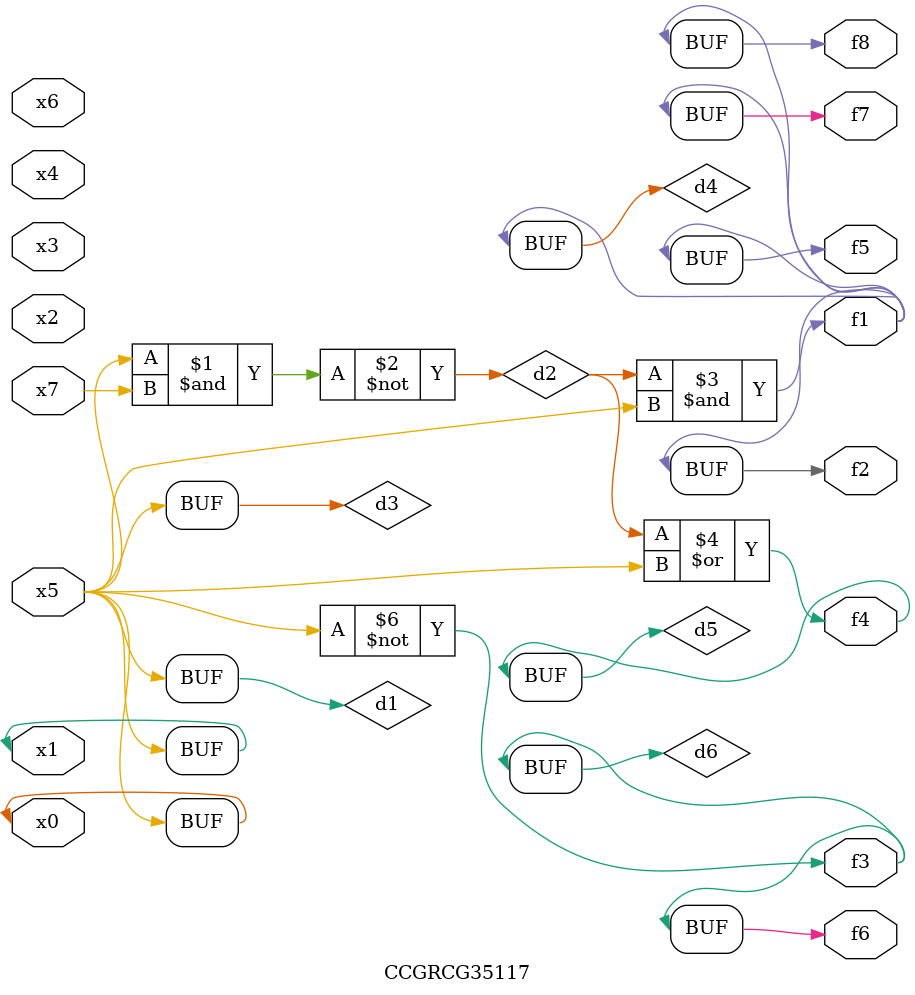
<source format=v>
module CCGRCG35117(
	input x0, x1, x2, x3, x4, x5, x6, x7,
	output f1, f2, f3, f4, f5, f6, f7, f8
);

	wire d1, d2, d3, d4, d5, d6;

	buf (d1, x0, x5);
	nand (d2, x5, x7);
	buf (d3, x0, x1);
	and (d4, d2, d3);
	or (d5, d2, d3);
	nor (d6, d1, d3);
	assign f1 = d4;
	assign f2 = d4;
	assign f3 = d6;
	assign f4 = d5;
	assign f5 = d4;
	assign f6 = d6;
	assign f7 = d4;
	assign f8 = d4;
endmodule

</source>
